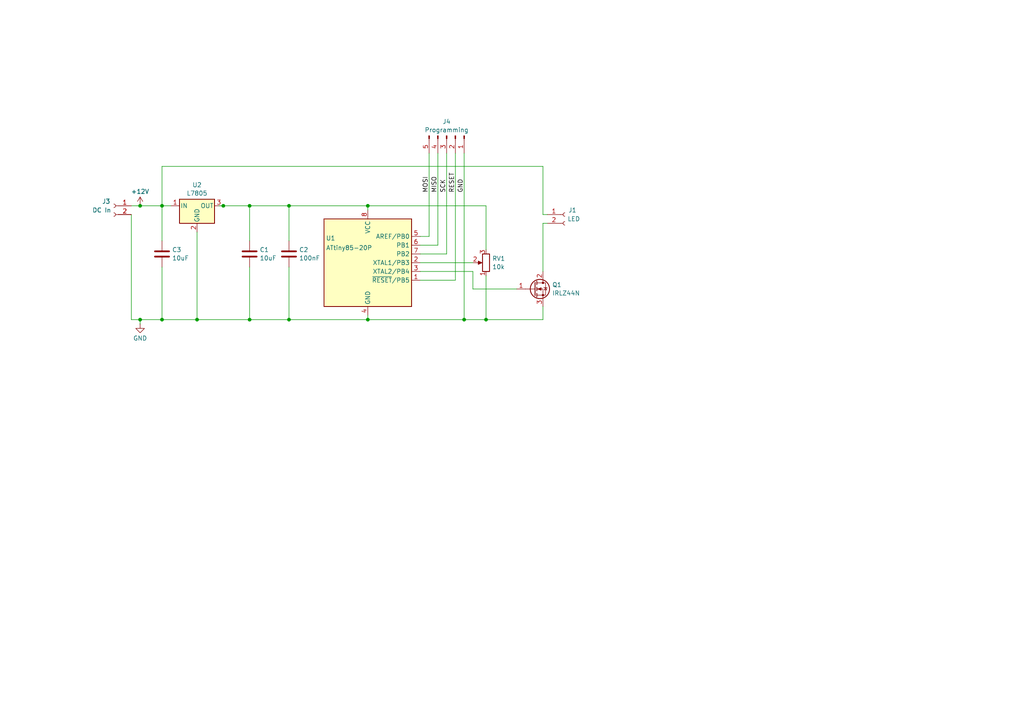
<source format=kicad_sch>
(kicad_sch (version 20250114) (generator "eeschema") (generator_version "9.0")
  (paper "A4")
  (lib_symbols
    (symbol "Connector:Conn_01x02_Socket" (pin_names (offset 1.016) (hide yes))
      (property "Reference" "J" (at 0 2.54 0))
      (property "Value" "Conn_01x02_Socket" (at 0 -5.08 0))
      (symbol "Conn_01x02_Socket_1_1"
        (polyline (pts (xy -1.27 0) (xy -0.508 0)) (stroke (width 0.1524)))
        (polyline (pts (xy -1.27 -2.54) (xy -0.508 -2.54)) (stroke (width 0.1524)))
        (arc (start 0 -0.508) (mid -0.5058 0) (end 0 0.508) (stroke (width 0.1524)))
        (arc (start 0 -3.048) (mid -0.5058 -2.54) (end 0 -2.032) (stroke (width 0.1524)))
        (pin passive line (at -5.08 0 0) (length 3.81) (name "Pin_1") (number "1"))
        (pin passive line (at -5.08 -2.54 0) (length 3.81) (name "Pin_2") (number "2"))
      )
    )
    (symbol "Connector:Conn_01x05_Pin" (pin_names (offset 1.016) (hide yes))
      (property "Reference" "J" (at 0 7.62 0))
      (property "Value" "Conn_01x05_Pin" (at 0 -7.62 0))
      (symbol "Conn_01x05_Pin_1_1"
        (rectangle (start 0.8636 5.207) (end 0 4.953) (stroke (width 0.1524)) (fill (type outline)))
        (rectangle (start 0.8636 2.667) (end 0 2.413) (stroke (width 0.1524)) (fill (type outline)))
        (rectangle (start 0.8636 0.127) (end 0 -0.127) (stroke (width 0.1524)) (fill (type outline)))
        (rectangle (start 0.8636 -2.413) (end 0 -2.667) (stroke (width 0.1524)) (fill (type outline)))
        (rectangle (start 0.8636 -4.953) (end 0 -5.207) (stroke (width 0.1524)) (fill (type outline)))
        (polyline (pts (xy 1.27 5.08) (xy 0.8636 5.08)) (stroke (width 0.1524)))
        (polyline (pts (xy 1.27 2.54) (xy 0.8636 2.54)) (stroke (width 0.1524)))
        (polyline (pts (xy 1.27 0) (xy 0.8636 0)) (stroke (width 0.1524)))
        (polyline (pts (xy 1.27 -2.54) (xy 0.8636 -2.54)) (stroke (width 0.1524)))
        (polyline (pts (xy 1.27 -5.08) (xy 0.8636 -5.08)) (stroke (width 0.1524)))
        (pin passive line (at 5.08 5.08 180) (length 3.81) (name "Pin_1") (number "1"))
        (pin passive line (at 5.08 2.54 180) (length 3.81) (name "Pin_2") (number "2"))
        (pin passive line (at 5.08 0 180) (length 3.81) (name "Pin_3") (number "3"))
        (pin passive line (at 5.08 -2.54 180) (length 3.81) (name "Pin_4") (number "4"))
        (pin passive line (at 5.08 -5.08 180) (length 3.81) (name "Pin_5") (number "5"))
      )
    )
    (symbol "Device:C" (pin_numbers (hide yes)) (pin_names (offset 0.254))
      (property "Reference" "C" (at 0.635 2.54 0))
      (property "Value" "C" (at 0.635 -2.54 0))
      (symbol "C_0_1"
        (polyline (pts (xy -2.032 0.762) (xy 2.032 0.762)) (stroke (width 0.508)))
        (polyline (pts (xy -2.032 -0.762) (xy 2.032 -0.762)) (stroke (width 0.508)))
      )
      (symbol "C_1_1"
        (pin passive line (at 0 3.81 270) (length 2.794) (name "~") (number "1"))
        (pin passive line (at 0 -3.81 90) (length 2.794) (name "~") (number "2"))
      )
    )
    (symbol "Device:R_Potentiometer" (pin_names (offset 1.016) (hide yes))
      (property "Reference" "RV" (at -4.445 0 90))
      (property "Value" "R_Potentiometer" (at -2.54 0 90))
      (symbol "R_Potentiometer_0_1"
        (rectangle (start 1.016 2.54) (end -1.016 -2.54) (stroke (width 0.254)))
        (polyline (pts (xy 1.143 0) (xy 2.286 0.508) (xy 2.286 -0.508) (xy 1.143 0)) (fill (type outline)))
        (polyline (pts (xy 2.54 0) (xy 1.524 0)))
      )
      (symbol "R_Potentiometer_1_1"
        (pin passive line (at 0 3.81 270) (length 1.27) (name "1") (number "1"))
        (pin passive line (at 0 -3.81 90) (length 1.27) (name "3") (number "3"))
        (pin passive line (at 3.81 0 180) (length 1.27) (name "2") (number "2"))
      )
    )
    (symbol "MCU_Microchip_ATtiny:ATtiny85-20P"
      (property "Reference" "U" (at -12.7 13.97 0))
      (property "Value" "ATtiny85-20P" (at 2.54 -13.97 0))
      (symbol "ATtiny85-20P_0_1"
        (rectangle (start -12.7 -12.7) (end 12.7 12.7) (stroke (width 0.254)) (fill (type background)))
      )
      (symbol "ATtiny85-20P_1_1"
        (pin power_in line (at 0 15.24 270) (length 2.54) (name "VCC") (number "8"))
        (pin power_in line (at 0 -15.24 90) (length 2.54) (name "GND") (number "4"))
        (pin bidirectional line (at 15.24 7.62 180) (length 2.54) (name "AREF/PB0") (number "5"))
        (pin bidirectional line (at 15.24 5.08 180) (length 2.54) (name "PB1") (number "6"))
        (pin bidirectional line (at 15.24 2.54 180) (length 2.54) (name "PB2") (number "7"))
        (pin bidirectional line (at 15.24 0 180) (length 2.54) (name "XTAL1/PB3") (number "2"))
        (pin bidirectional line (at 15.24 -2.54 180) (length 2.54) (name "XTAL2/PB4") (number "3"))
        (pin bidirectional line (at 15.24 -5.08 180) (length 2.54) (name "~{RESET}/PB5") (number "1"))
      )
    )
    (symbol "Regulator_Linear:L7805" (pin_names (offset 0.254))
      (property "Reference" "U" (at -3.81 3.175 0))
      (property "Value" "L7805" (at 0 3.175 0))
      (symbol "L7805_0_1"
        (rectangle (start -5.08 1.905) (end 5.08 -5.08) (stroke (width 0.254)) (fill (type background)))
      )
      (symbol "L7805_1_1"
        (pin power_in line (at -7.62 0 0) (length 2.54) (name "IN") (number "1"))
        (pin power_in line (at 0 -7.62 90) (length 2.54) (name "GND") (number "2"))
        (pin power_out line (at 7.62 0 180) (length 2.54) (name "OUT") (number "3"))
      )
    )
    (symbol "Transistor_FET:IRLZ44N" (pin_names (hide yes))
      (property "Reference" "Q" (at 5.08 1.905 0))
      (property "Value" "IRLZ44N" (at 5.08 0 0))
      (symbol "IRLZ44N_0_1"
        (polyline (pts (xy 0.254 1.905) (xy 0.254 -1.905)) (stroke (width 0.254)))
        (polyline (pts (xy 0.254 0) (xy -2.54 0)))
        (polyline (pts (xy 0.762 2.286) (xy 0.762 1.27)) (stroke (width 0.254)))
        (polyline (pts (xy 0.762 0.508) (xy 0.762 -0.508)) (stroke (width 0.254)))
        (polyline (pts (xy 0.762 -1.27) (xy 0.762 -2.286)) (stroke (width 0.254)))
        (polyline (pts (xy 0.762 -1.778) (xy 3.302 -1.778) (xy 3.302 1.778) (xy 0.762 1.778)))
        (polyline (pts (xy 1.016 0) (xy 2.032 0.381) (xy 2.032 -0.381) (xy 1.016 0)) (fill (type outline)))
        (circle (center 1.651 0) (radius 2.794) (stroke (width 0.254)))
        (polyline (pts (xy 2.54 2.54) (xy 2.54 1.778)))
        (circle (center 2.54 1.778) (radius 0.254) (fill (type outline)))
        (circle (center 2.54 -1.778) (radius 0.254) (fill (type outline)))
        (polyline (pts (xy 2.54 -2.54) (xy 2.54 0) (xy 0.762 0)))
        (polyline (pts (xy 2.794 0.508) (xy 2.921 0.381) (xy 3.683 0.381) (xy 3.81 0.254)))
        (polyline (pts (xy 3.302 0.381) (xy 2.921 -0.254) (xy 3.683 -0.254) (xy 3.302 0.381)))
      )
      (symbol "IRLZ44N_1_1"
        (pin input line (at -5.08 0 0) (length 2.54) (name "G") (number "1"))
        (pin passive line (at 2.54 5.08 270) (length 2.54) (name "D") (number "2"))
        (pin passive line (at 2.54 -5.08 90) (length 2.54) (name "S") (number "3"))
      )
    )
    (symbol "power:+12V" (power) (pin_numbers (hide yes)) (pin_names (offset 0) (hide yes))
      (property "Value" "+12V" (at 0 3.556 0))
      (symbol "+12V_0_1"
        (polyline (pts (xy -0.762 1.27) (xy 0 2.54)))
        (polyline (pts (xy 0 2.54) (xy 0.762 1.27)))
        (polyline (pts (xy 0 0) (xy 0 2.54)))
      )
      (symbol "+12V_1_1"
        (pin power_in line (at 0 0 90) (length 0) (name "~") (number "1"))
      )
    )
    (symbol "power:GND" (power) (pin_numbers (hide yes)) (pin_names (offset 0) (hide yes))
      (property "Value" "GND" (at 0 -3.81 0))
      (symbol "GND_0_1"
        (polyline (pts (xy 0 0) (xy 0 -1.27) (xy 1.27 -1.27) (xy 0 -2.54) (xy -1.27 -1.27) (xy 0 -1.27)))
      )
      (symbol "GND_1_1"
        (pin power_in line (at 0 0 270) (length 0) (name "~") (number "1"))
      )
    )
  )
  (junction (at 57.15 92.71))
  (junction (at 83.82 92.71))
  (junction (at 72.39 92.71))
  (junction (at 140.97 92.71))
  (junction (at 106.68 59.69))
  (junction (at 106.68 92.71))
  (junction (at 64.77 59.69))
  (junction (at 83.82 59.69))
  (junction (at 72.39 59.69))
  (junction (at 46.99 59.69))
  (junction (at 40.64 59.69))
  (junction (at 46.99 92.71))
  (junction (at 134.62 92.71))
  (junction (at 40.64 92.71))
  (wire (pts (xy 137.16 78.74) (xy 137.16 83.82)))
  (wire (pts (xy 83.82 92.71) (xy 106.68 92.71)))
  (wire (pts (xy 72.39 92.71) (xy 83.82 92.71)))
  (wire (pts (xy 40.64 92.71) (xy 40.64 93.98)))
  (wire (pts (xy 127 44.45) (xy 127 71.12)))
  (wire (pts (xy 124.46 68.58) (xy 121.92 68.58)))
  (wire (pts (xy 157.48 64.77) (xy 157.48 78.74)))
  (wire (pts (xy 40.64 59.69) (xy 46.99 59.69)))
  (wire (pts (xy 46.99 92.71) (xy 57.15 92.71)))
  (wire (pts (xy 121.92 81.28) (xy 132.08 81.28)))
  (wire (pts (xy 72.39 59.69) (xy 64.77 59.69)))
  (wire (pts (xy 46.99 59.69) (xy 46.99 48.26)))
  (wire (pts (xy 106.68 59.69) (xy 140.97 59.69)))
  (wire (pts (xy 46.99 77.47) (xy 46.99 92.71)))
  (wire (pts (xy 38.1 59.69) (xy 40.64 59.69)))
  (wire (pts (xy 38.1 62.23) (xy 38.1 92.71)))
  (wire (pts (xy 57.15 92.71) (xy 57.15 67.31)))
  (wire (pts (xy 46.99 59.69) (xy 49.53 59.69)))
  (wire (pts (xy 134.62 92.71) (xy 140.97 92.71)))
  (wire (pts (xy 140.97 80.01) (xy 140.97 92.71)))
  (wire (pts (xy 124.46 44.45) (xy 124.46 68.58)))
  (wire (pts (xy 157.48 62.23) (xy 158.75 62.23)))
  (wire (pts (xy 72.39 59.69) (xy 83.82 59.69)))
  (wire (pts (xy 106.68 92.71) (xy 134.62 92.71)))
  (wire (pts (xy 40.64 92.71) (xy 46.99 92.71)))
  (wire (pts (xy 64.77 59.69) (xy 63.5 59.69)))
  (wire (pts (xy 106.68 60.96) (xy 106.68 59.69)))
  (wire (pts (xy 121.92 78.74) (xy 137.16 78.74)))
  (wire (pts (xy 83.82 69.85) (xy 83.82 59.69)))
  (wire (pts (xy 157.48 62.23) (xy 157.48 48.26)))
  (wire (pts (xy 121.92 71.12) (xy 127 71.12)))
  (wire (pts (xy 134.62 44.45) (xy 134.62 92.71)))
  (wire (pts (xy 140.97 59.69) (xy 140.97 72.39)))
  (wire (pts (xy 132.08 81.28) (xy 132.08 44.45)))
  (wire (pts (xy 38.1 92.71) (xy 40.64 92.71)))
  (wire (pts (xy 46.99 48.26) (xy 157.48 48.26)))
  (wire (pts (xy 140.97 92.71) (xy 157.48 92.71)))
  (wire (pts (xy 137.16 83.82) (xy 149.86 83.82)))
  (wire (pts (xy 83.82 59.69) (xy 106.68 59.69)))
  (wire (pts (xy 72.39 69.85) (xy 72.39 59.69)))
  (wire (pts (xy 106.68 92.71) (xy 106.68 91.44)))
  (wire (pts (xy 121.92 73.66) (xy 129.54 73.66)))
  (wire (pts (xy 158.75 64.77) (xy 157.48 64.77)))
  (wire (pts (xy 83.82 92.71) (xy 83.82 77.47)))
  (wire (pts (xy 46.99 59.69) (xy 46.99 69.85)))
  (wire (pts (xy 57.15 92.71) (xy 72.39 92.71)))
  (wire (pts (xy 157.48 88.9) (xy 157.48 92.71)))
  (wire (pts (xy 72.39 92.71) (xy 72.39 77.47)))
  (wire (pts (xy 129.54 44.45) (xy 129.54 73.66)))
  (wire (pts (xy 121.92 76.2) (xy 137.16 76.2)))
  (label "MOSI" (at 124.46 55.88 90))
  (label "MISO" (at 127 55.88 90))
  (label "RESET" (at 132.08 55.88 90))
  (label "SCK" (at 129.54 55.88 90))
  (label "GND" (at 134.62 55.88 90))
  (symbol (lib_id "Device:C") (at 83.82 73.66 0) (unit 1)
    (property "Reference" "C2" (at 86.741 72.4478 0) (effects (justify left)))
    (property "Value" "100nF" (at 86.741 74.8721 0) (effects (justify left)))
    (property "Description" "Unpolarized capacitor" (effects (hide yes)))
  )
  (symbol (lib_id "Connector:Conn_01x05_Pin") (at 129.54 39.37 270) (unit 1)
    (property "Reference" "J4" (at 129.54 35.2763 90))
    (property "Value" "Programming" (at 129.54 37.7006 90))
    (property "Description" "Generic connector, single row, 01x05, script generated" (effects (hide yes)))
  )
  (symbol (lib_id "Connector:Conn_01x02_Socket") (at 163.83 62.23 0) (unit 1)
    (property "Reference" "J1" (at 164.846 60.96 0) (effects (justify left)))
    (property "Value" "LED" (at 164.592 63.5 0) (effects (justify left)))
    (property "Description" "Generic connector, single row, 01x02, script generated" (effects (hide yes)))
  )
  (symbol (lib_id "Device:R_Potentiometer") (at 140.97 76.2 180) (unit 1)
    (property "Reference" "RV1" (at 142.748 74.9878 0) (effects (justify right)))
    (property "Value" "10k" (at 142.748 77.4121 0) (effects (justify right)))
    (property "Description" "Potentiometer" (effects (hide yes)))
  )
  (symbol (lib_id "Regulator_Linear:L7805") (at 57.15 59.69 0) (unit 1)
    (property "Reference" "U2" (at 57.15 53.6405 0))
    (property "Value" "L7805" (at 57.15 56.0648 0))
    (property "Datasheet" "http://www.st.com/content/ccc/resource/technical/document/datasheet/41/4f/b3/b0/12/d4/47/88/CD00000444.pdf/files/CD00000444.pdf/jcr:content/translations/en.CD00000444.pdf" (effects (hide yes)))
    (property "Description" "Positive 1.5A 35V Linear Regulator, Fixed Output 5V, TO-220/TO-263/TO-252" (effects (hide yes)))
  )
  (symbol (lib_id "Device:C") (at 72.39 73.66 0) (unit 1)
    (property "Reference" "C1" (at 75.311 72.4478 0) (effects (justify left)))
    (property "Value" "10uF" (at 75.311 74.8721 0) (effects (justify left)))
    (property "Description" "Unpolarized capacitor" (effects (hide yes)))
  )
  (symbol (lib_id "Device:C") (at 46.99 73.66 0) (unit 1)
    (property "Reference" "C3" (at 49.911 72.4478 0) (effects (justify left)))
    (property "Value" "10uF" (at 49.911 74.8721 0) (effects (justify left)))
    (property "Description" "Unpolarized capacitor" (effects (hide yes)))
  )
  (symbol (lib_id "Transistor_FET:IRLZ44N") (at 154.94 83.82 0) (unit 1)
    (property "Reference" "Q1" (at 160.147 82.6078 0) (effects (justify left)))
    (property "Value" "IRLZ44N" (at 160.147 85.0321 0) (effects (justify left)))
    (property "Footprint" "Package_TO_SOT_THT:TO-220-3_Vertical" (effects (hide yes)))
    (property "Datasheet" "http://www.irf.com/product-info/datasheets/data/irlz44n.pdf" (effects (hide yes)))
    (property "Description" "47A Id, 55V Vds, 22mOhm Rds Single N-Channel HEXFET Power MOSFET, TO-220AB" (effects (hide yes)))
  )
  (symbol (lib_id "power:+12V") (at 40.64 59.69 0) (unit 1)
    (property "Reference" "#PWR02" (effects (hide yes)))
    (property "Value" "+12V" (at 40.64 55.5569 0))
    (property "Description" "Power symbol creates a global label with name \"+12V\"" (effects (hide yes)))
  )
  (symbol (lib_id "MCU_Microchip_ATtiny:ATtiny85-20P") (at 106.68 76.2 0) (unit 1)
    (property "Reference" "U1" (at 97.282 69.088 0) (effects (justify right)))
    (property "Value" "ATtiny85-20P" (at 107.95 71.882 0) (effects (justify right)))
    (property "Footprint" "Package_DIP:DIP-8_W7.62mm" (effects (hide yes)))
    (property "Datasheet" "http://ww1.microchip.com/downloads/en/DeviceDoc/atmel-2586-avr-8-bit-microcontroller-attiny25-attiny45-attiny85_datasheet.pdf" (effects (hide yes)))
    (property "Description" "20MHz, 8kB Flash, 512B SRAM, 512B EEPROM, debugWIRE, DIP-8" (effects (hide yes)))
  )
  (symbol (lib_id "Connector:Conn_01x02_Socket") (at 33.02 59.69 0) (mirror y) (unit 1)
    (property "Reference" "J3" (at 32.004 58.42 0) (effects (justify left)))
    (property "Value" "DC In" (at 32.258 60.96 0) (effects (justify left)))
    (property "Description" "Generic connector, single row, 01x02, script generated" (effects (hide yes)))
  )
  (symbol (lib_id "power:GND") (at 40.64 93.98 0) (unit 1)
    (property "Reference" "#PWR01" (effects (hide yes)))
    (property "Value" "GND" (at 40.64 98.1131 0))
    (property "Description" "Power symbol creates a global label with name \"GND\" , ground" (effects (hide yes)))
  )
)
</source>
